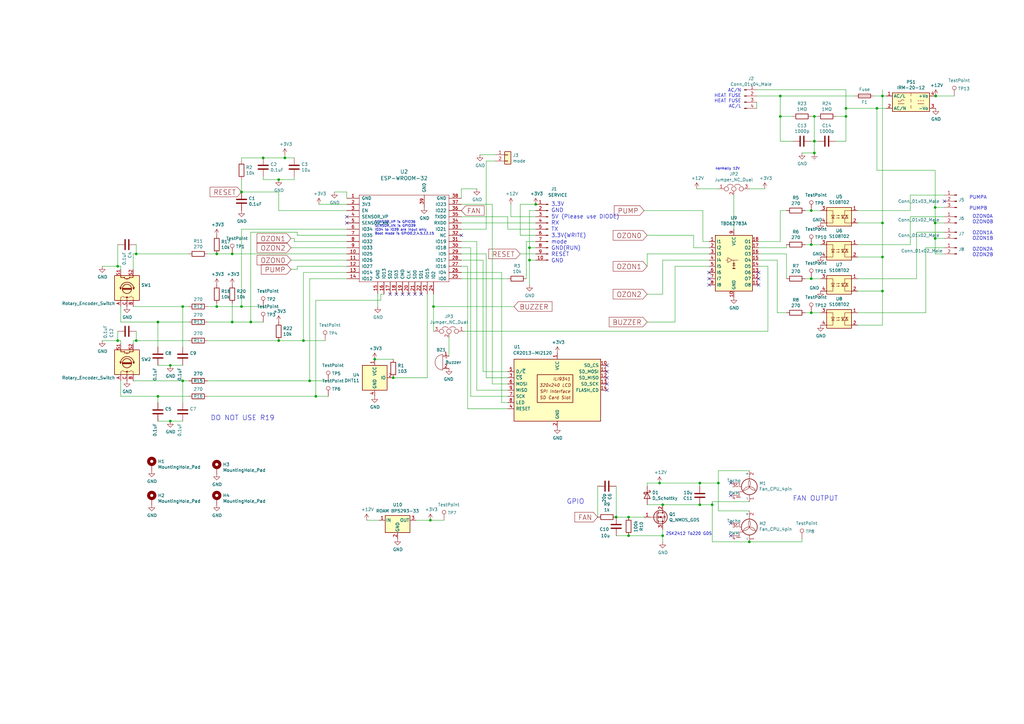
<source format=kicad_sch>
(kicad_sch (version 20230121) (generator eeschema)
  (paper "A3")
  (junction (at 176.53 213.36))
  (junction (at 95.25 104.14))
  (junction (at 359.664 44.45))
  (junction (at 287.02 207.01))
  (junction (at 48.26 109.22))
  (junction (at 217.17 101.6))
  (junction (at 257.81 212.09))
  (junction (at 320.04 39.37))
  (junction (at 334.01 47.752))
  (junction (at 69.85 149.86))
  (junction (at 99.06 125.73))
  (junction (at 64.77 162.56))
  (junction (at 361.95 119.38))
  (junction (at 346.964 47.752))
  (junction (at 153.67 147.32))
  (junction (at 177.8 125.73))
  (junction (at 99.06 78.74))
  (junction (at 361.95 39.37))
  (junction (at 114.3 73.66))
  (junction (at 88.9 125.73))
  (junction (at 217.17 106.68))
  (junction (at 334.01 57.912))
  (junction (at 124.46 139.7))
  (junction (at 55.88 104.14))
  (junction (at 361.95 91.44))
  (junction (at 334.01 62.738))
  (junction (at 116.84 64.77))
  (junction (at 361.95 105.41))
  (junction (at 74.93 156.21))
  (junction (at 271.78 219.71))
  (junction (at 383.54 85.09))
  (junction (at 307.34 222.25))
  (junction (at 257.81 219.71))
  (junction (at 69.85 172.72))
  (junction (at 55.88 139.7))
  (junction (at 271.78 207.01))
  (junction (at 292.1 207.01))
  (junction (at 129.54 162.56))
  (junction (at 107.95 64.77))
  (junction (at 332.74 114.3))
  (junction (at 88.9 104.14))
  (junction (at 320.04 47.752))
  (junction (at 294.64 198.12))
  (junction (at 74.93 125.73))
  (junction (at 383.54 97.79))
  (junction (at 64.77 132.08))
  (junction (at 102.87 132.08))
  (junction (at 383.794 39.37))
  (junction (at 219.71 83.82))
  (junction (at 48.26 139.7))
  (junction (at 127 156.21))
  (junction (at 346.964 44.45))
  (junction (at 332.74 128.27))
  (junction (at 114.3 139.7))
  (junction (at 383.54 91.44))
  (junction (at 270.51 198.12))
  (junction (at 287.02 198.12))
  (junction (at 95.25 132.08))
  (junction (at 332.74 100.33))
  (junction (at 161.29 154.94))
  (junction (at 332.74 86.36))
  (junction (at 252.73 212.09))
  (no_connect (at 167.64 120.65))
  (no_connect (at 248.92 157.48))
  (no_connect (at 299.72 203.2))
  (no_connect (at 290.83 116.84))
  (no_connect (at 299.72 219.71))
  (no_connect (at 248.92 154.94))
  (no_connect (at 248.92 160.02))
  (no_connect (at 299.72 214.63))
  (no_connect (at 162.56 120.65))
  (no_connect (at 160.02 120.65))
  (no_connect (at 142.24 91.44))
  (no_connect (at 311.15 116.84))
  (no_connect (at 311.15 111.76))
  (no_connect (at 165.1 120.65))
  (no_connect (at 290.83 114.3))
  (no_connect (at 170.18 120.65))
  (no_connect (at 248.92 149.86))
  (no_connect (at 248.92 152.4))
  (no_connect (at 189.23 96.52))
  (no_connect (at 142.24 88.9))
  (no_connect (at 172.72 120.65))
  (no_connect (at 299.72 198.12))
  (no_connect (at 290.83 111.76))
  (no_connect (at 311.15 114.3))
  (no_connect (at 387.35 82.55))
  (wire (pts (xy 64.77 149.86) (xy 69.85 149.86)))
  (wire (pts (xy 320.04 47.752) (xy 325.12 47.752)))
  (wire (pts (xy 48.26 139.7) (xy 49.53 139.7)))
  (wire (pts (xy 379.73 101.6) (xy 387.35 101.6)))
  (wire (pts (xy 85.09 125.73) (xy 88.9 125.73)))
  (wire (pts (xy 311.15 101.6) (xy 322.58 101.6)))
  (wire (pts (xy 213.36 96.52) (xy 213.36 83.82)))
  (wire (pts (xy 142.24 99.06) (xy 120.65 99.06)))
  (wire (pts (xy 375.92 95.25) (xy 375.92 114.3)))
  (wire (pts (xy 265.43 104.14) (xy 290.83 104.14)))
  (wire (pts (xy 69.85 149.86) (xy 74.93 149.86)))
  (wire (pts (xy 49.53 125.73) (xy 49.53 132.08)))
  (wire (pts (xy 184.15 138.43) (xy 184.15 146.05)))
  (wire (pts (xy 201.93 83.82) (xy 201.93 157.48)))
  (wire (pts (xy 189.23 99.06) (xy 195.58 99.06)))
  (wire (pts (xy 55.88 104.14) (xy 77.47 104.14)))
  (wire (pts (xy 49.53 109.22) (xy 49.53 110.49)))
  (wire (pts (xy 342.9 47.752) (xy 346.964 47.752)))
  (wire (pts (xy 294.64 193.04) (xy 307.34 193.04)))
  (wire (pts (xy 383.54 69.85) (xy 383.54 85.09)))
  (wire (pts (xy 199.39 93.98) (xy 199.39 66.04)))
  (wire (pts (xy 177.8 135.89) (xy 177.8 125.73)))
  (wire (pts (xy 359.664 69.85) (xy 383.54 69.85)))
  (wire (pts (xy 137.16 78.74) (xy 142.24 78.74)))
  (wire (pts (xy 119.38 106.68) (xy 142.24 106.68)))
  (wire (pts (xy 55.88 100.33) (xy 55.88 104.14)))
  (wire (pts (xy 252.73 219.71) (xy 257.81 219.71)))
  (wire (pts (xy 271.78 207.01) (xy 287.02 207.01)))
  (wire (pts (xy 219.71 93.98) (xy 208.28 93.98)))
  (wire (pts (xy 54.61 125.73) (xy 74.93 125.73)))
  (wire (pts (xy 290.83 109.22) (xy 276.86 109.22)))
  (wire (pts (xy 271.78 106.68) (xy 290.83 106.68)))
  (wire (pts (xy 217.17 101.6) (xy 217.17 106.68)))
  (wire (pts (xy 74.93 156.21) (xy 77.47 156.21)))
  (wire (pts (xy 121.92 109.22) (xy 142.24 109.22)))
  (wire (pts (xy 311.15 99.06) (xy 320.04 99.06)))
  (wire (pts (xy 120.65 73.66) (xy 120.65 72.39)))
  (wire (pts (xy 383.54 91.44) (xy 383.54 97.79)))
  (wire (pts (xy 114.3 139.7) (xy 85.09 139.7)))
  (wire (pts (xy 346.964 57.912) (xy 346.964 47.752)))
  (wire (pts (xy 177.8 125.73) (xy 210.82 125.73)))
  (wire (pts (xy 55.88 135.89) (xy 55.88 139.7)))
  (wire (pts (xy 142.24 86.36) (xy 114.3 86.36)))
  (wire (pts (xy 311.15 104.14) (xy 322.58 104.14)))
  (wire (pts (xy 334.01 57.912) (xy 335.28 57.912)))
  (wire (pts (xy 361.95 105.41) (xy 361.95 119.38)))
  (wire (pts (xy 129.54 123.19) (xy 129.54 162.56)))
  (wire (pts (xy 265.43 132.08) (xy 276.86 132.08)))
  (wire (pts (xy 49.53 132.08) (xy 64.77 132.08)))
  (wire (pts (xy 383.54 91.44) (xy 383.54 85.09)))
  (wire (pts (xy 208.28 88.9) (xy 189.23 88.9)))
  (wire (pts (xy 177.8 125.73) (xy 177.8 120.65)))
  (wire (pts (xy 74.93 125.73) (xy 77.47 125.73)))
  (wire (pts (xy 219.71 106.68) (xy 217.17 106.68)))
  (wire (pts (xy 88.9 125.73) (xy 99.06 125.73)))
  (wire (pts (xy 49.53 156.21) (xy 49.53 162.56)))
  (wire (pts (xy 359.664 44.45) (xy 359.664 69.85)))
  (wire (pts (xy 351.79 133.35) (xy 361.95 133.35)))
  (wire (pts (xy 85.09 132.08) (xy 95.25 132.08)))
  (wire (pts (xy 209.55 88.9) (xy 209.55 83.82)))
  (wire (pts (xy 107.95 73.66) (xy 107.95 72.39)))
  (wire (pts (xy 54.61 104.14) (xy 55.88 104.14)))
  (wire (pts (xy 361.95 39.37) (xy 363.474 39.37)))
  (wire (pts (xy 383.794 39.37) (xy 391.414 39.37)))
  (wire (pts (xy 287.02 198.12) (xy 294.64 198.12)))
  (wire (pts (xy 346.964 44.45) (xy 359.664 44.45)))
  (wire (pts (xy 332.74 86.36) (xy 336.55 86.36)))
  (wire (pts (xy 320.04 39.37) (xy 350.774 39.37)))
  (wire (pts (xy 270.51 198.12) (xy 287.02 198.12)))
  (wire (pts (xy 153.67 147.32) (xy 161.29 147.32)))
  (wire (pts (xy 102.87 95.25) (xy 102.87 132.08)))
  (wire (pts (xy 116.84 64.77) (xy 120.65 64.77)))
  (wire (pts (xy 208.28 114.3) (xy 189.23 114.3)))
  (wire (pts (xy 271.78 217.17) (xy 271.78 219.71)))
  (wire (pts (xy 102.87 132.08) (xy 107.95 132.08)))
  (wire (pts (xy 120.65 97.79) (xy 119.38 97.79)))
  (wire (pts (xy 379.73 128.27) (xy 351.79 128.27)))
  (wire (pts (xy 170.688 213.36) (xy 176.53 213.36)))
  (wire (pts (xy 334.01 62.738) (xy 334.01 62.992)))
  (wire (pts (xy 116.84 64.77) (xy 116.84 63.5)))
  (wire (pts (xy 129.54 162.56) (xy 134.62 162.56)))
  (wire (pts (xy 189.23 101.6) (xy 193.04 101.6)))
  (wire (pts (xy 198.12 152.4) (xy 208.28 152.4)))
  (wire (pts (xy 314.96 135.89) (xy 314.96 109.22)))
  (wire (pts (xy 379.73 101.6) (xy 379.73 128.27)))
  (wire (pts (xy 142.24 83.82) (xy 130.81 83.82)))
  (wire (pts (xy 121.92 96.52) (xy 121.92 95.25)))
  (wire (pts (xy 318.77 106.68) (xy 318.77 128.27)))
  (wire (pts (xy 252.73 212.09) (xy 252.73 199.39)))
  (wire (pts (xy 74.93 156.21) (xy 74.93 165.1)))
  (wire (pts (xy 124.46 139.7) (xy 114.3 139.7)))
  (wire (pts (xy 205.74 165.1) (xy 208.28 165.1)))
  (wire (pts (xy 351.79 105.41) (xy 361.95 105.41)))
  (wire (pts (xy 287.02 199.39) (xy 287.02 198.12)))
  (wire (pts (xy 264.16 86.36) (xy 288.29 86.36)))
  (wire (pts (xy 99.06 78.74) (xy 114.3 78.74)))
  (wire (pts (xy 64.77 165.1) (xy 64.77 162.56)))
  (wire (pts (xy 245.11 199.39) (xy 245.11 212.09)))
  (wire (pts (xy 64.77 132.08) (xy 77.47 132.08)))
  (wire (pts (xy 189.23 109.22) (xy 191.77 109.22)))
  (wire (pts (xy 334.01 57.912) (xy 334.01 62.738)))
  (wire (pts (xy 307.34 222.25) (xy 328.93 222.25)))
  (wire (pts (xy 193.04 162.56) (xy 208.28 162.56)))
  (wire (pts (xy 127 114.3) (xy 142.24 114.3)))
  (wire (pts (xy 95.25 104.14) (xy 142.24 104.14)))
  (wire (pts (xy 189.23 111.76) (xy 205.74 111.76)))
  (wire (pts (xy 213.36 83.82) (xy 219.71 83.82)))
  (wire (pts (xy 294.64 198.12) (xy 294.64 193.04)))
  (wire (pts (xy 208.28 93.98) (xy 208.28 88.9)))
  (wire (pts (xy 307.34 222.25) (xy 292.1 222.25)))
  (wire (pts (xy 332.74 47.752) (xy 334.01 47.752)))
  (wire (pts (xy 157.48 120.65) (xy 156.21 120.65)))
  (wire (pts (xy 121.92 110.49) (xy 121.92 109.22)))
  (wire (pts (xy 307.34 77.47) (xy 313.69 77.47)))
  (wire (pts (xy 271.78 219.71) (xy 271.78 222.25)))
  (wire (pts (xy 351.79 91.44) (xy 361.95 91.44)))
  (wire (pts (xy 213.36 104.14) (xy 219.71 104.14)))
  (wire (pts (xy 64.77 162.56) (xy 77.47 162.56)))
  (wire (pts (xy 375.92 95.25) (xy 387.35 95.25)))
  (wire (pts (xy 322.58 101.6) (xy 322.58 100.33)))
  (wire (pts (xy 351.79 100.33) (xy 373.38 100.33)))
  (wire (pts (xy 195.58 99.06) (xy 195.58 160.02)))
  (wire (pts (xy 332.74 114.3) (xy 336.55 114.3)))
  (wire (pts (xy 88.9 104.14) (xy 95.25 104.14)))
  (wire (pts (xy 189.23 77.47) (xy 189.23 81.28)))
  (wire (pts (xy 219.71 101.6) (xy 217.17 101.6)))
  (wire (pts (xy 294.64 77.47) (xy 285.75 77.47)))
  (wire (pts (xy 358.394 39.37) (xy 361.95 39.37)))
  (wire (pts (xy 54.61 104.14) (xy 54.61 110.49)))
  (wire (pts (xy 288.29 86.36) (xy 288.29 99.06)))
  (wire (pts (xy 154.94 120.65) (xy 154.94 125.73)))
  (wire (pts (xy 361.95 39.37) (xy 361.95 91.44)))
  (wire (pts (xy 264.16 212.09) (xy 257.81 212.09)))
  (wire (pts (xy 142.24 101.6) (xy 119.38 101.6)))
  (wire (pts (xy 189.23 91.44) (xy 219.71 91.44)))
  (wire (pts (xy 175.26 120.65) (xy 175.26 154.94)))
  (wire (pts (xy 142.24 93.98) (xy 99.06 93.98)))
  (wire (pts (xy 85.09 162.56) (xy 129.54 162.56)))
  (wire (pts (xy 88.9 124.46) (xy 88.9 125.73)))
  (wire (pts (xy 219.71 86.36) (xy 217.17 86.36)))
  (wire (pts (xy 142.24 78.74) (xy 142.24 81.28)))
  (wire (pts (xy 346.964 44.45) (xy 346.964 47.752)))
  (wire (pts (xy 332.74 128.27) (xy 336.55 128.27)))
  (wire (pts (xy 332.74 57.912) (xy 334.01 57.912)))
  (wire (pts (xy 85.09 104.14) (xy 88.9 104.14)))
  (wire (pts (xy 120.65 99.06) (xy 120.65 97.79)))
  (wire (pts (xy 276.86 109.22) (xy 276.86 132.08)))
  (wire (pts (xy 54.61 139.7) (xy 54.61 140.97)))
  (wire (pts (xy 330.2 114.3) (xy 332.74 114.3)))
  (wire (pts (xy 219.71 96.52) (xy 213.36 96.52)))
  (wire (pts (xy 215.9 99.06) (xy 215.9 114.3)))
  (wire (pts (xy 199.39 66.04) (xy 203.2 66.04)))
  (wire (pts (xy 156.21 120.65) (xy 156.21 123.19)))
  (wire (pts (xy 191.77 109.22) (xy 191.77 167.64)))
  (wire (pts (xy 161.29 154.94) (xy 175.26 154.94)))
  (wire (pts (xy 189.23 77.47) (xy 195.58 77.47)))
  (wire (pts (xy 150.368 213.36) (xy 155.448 213.36)))
  (wire (pts (xy 292.1 222.25) (xy 292.1 207.01)))
  (wire (pts (xy 142.24 96.52) (xy 121.92 96.52)))
  (wire (pts (xy 351.79 86.36) (xy 373.38 86.36)))
  (wire (pts (xy 124.46 111.76) (xy 142.24 111.76)))
  (wire (pts (xy 310.388 36.83) (xy 346.964 36.83)))
  (wire (pts (xy 257.81 212.09) (xy 252.73 212.09)))
  (wire (pts (xy 310.388 39.37) (xy 320.04 39.37)))
  (wire (pts (xy 361.95 119.38) (xy 361.95 133.35)))
  (wire (pts (xy 64.77 172.72) (xy 69.85 172.72)))
  (wire (pts (xy 334.01 47.752) (xy 335.28 47.752)))
  (wire (pts (xy 107.95 64.77) (xy 116.84 64.77)))
  (wire (pts (xy 300.99 93.98) (xy 300.99 80.01)))
  (wire (pts (xy 271.78 106.68) (xy 271.78 120.65)))
  (wire (pts (xy 201.93 157.48) (xy 208.28 157.48)))
  (wire (pts (xy 156.21 123.19) (xy 129.54 123.19)))
  (wire (pts (xy 41.91 139.7) (xy 48.26 139.7)))
  (wire (pts (xy 99.06 93.98) (xy 99.06 125.73)))
  (wire (pts (xy 330.2 86.36) (xy 332.74 86.36)))
  (wire (pts (xy 292.1 205.74) (xy 292.1 207.01)))
  (wire (pts (xy 330.2 100.33) (xy 332.74 100.33)))
  (wire (pts (xy 198.12 106.68) (xy 198.12 152.4)))
  (wire (pts (xy 361.95 91.44) (xy 361.95 105.41)))
  (wire (pts (xy 334.01 47.752) (xy 334.01 57.912)))
  (wire (pts (xy 48.26 139.7) (xy 48.26 135.89)))
  (wire (pts (xy 330.2 128.27) (xy 332.74 128.27)))
  (wire (pts (xy 119.38 110.49) (xy 121.92 110.49)))
  (wire (pts (xy 265.43 198.12) (xy 265.43 199.39)))
  (wire (pts (xy 328.93 222.25) (xy 328.93 220.98)))
  (wire (pts (xy 373.38 80.01) (xy 387.35 80.01)))
  (wire (pts (xy 48.26 109.22) (xy 48.26 100.33)))
  (wire (pts (xy 346.964 36.83) (xy 346.964 44.45)))
  (wire (pts (xy 383.54 97.79) (xy 383.54 104.14)))
  (wire (pts (xy 387.35 91.44) (xy 383.54 91.44)))
  (wire (pts (xy 203.2 63.5) (xy 196.85 63.5)))
  (wire (pts (xy 294.64 209.55) (xy 307.34 209.55)))
  (wire (pts (xy 328.93 62.738) (xy 334.01 62.738)))
  (wire (pts (xy 320.04 57.912) (xy 325.12 57.912)))
  (wire (pts (xy 342.9 57.912) (xy 346.964 57.912)))
  (wire (pts (xy 55.88 139.7) (xy 54.61 139.7)))
  (wire (pts (xy 359.664 44.45) (xy 363.474 44.45)))
  (wire (pts (xy 49.53 139.7) (xy 49.53 140.97)))
  (wire (pts (xy 124.46 139.7) (xy 133.35 139.7)))
  (wire (pts (xy 290.83 101.6) (xy 284.48 101.6)))
  (wire (pts (xy 332.74 100.33) (xy 336.55 100.33)))
  (wire (pts (xy 320.04 47.752) (xy 320.04 57.912)))
  (wire (pts (xy 383.54 85.09) (xy 387.35 85.09)))
  (wire (pts (xy 215.9 99.06) (xy 219.71 99.06)))
  (wire (pts (xy 54.61 156.21) (xy 74.93 156.21)))
  (wire (pts (xy 320.04 86.36) (xy 320.04 99.06)))
  (wire (pts (xy 351.79 114.3) (xy 375.92 114.3)))
  (wire (pts (xy 307.34 205.74) (xy 292.1 205.74)))
  (wire (pts (xy 217.17 106.68) (xy 217.17 116.84)))
  (wire (pts (xy 294.64 198.12) (xy 294.64 209.55)))
  (wire (pts (xy 195.58 160.02) (xy 208.28 160.02)))
  (wire (pts (xy 114.3 73.66) (xy 107.95 73.66)))
  (wire (pts (xy 95.25 124.46) (xy 95.25 132.08)))
  (wire (pts (xy 176.53 213.36) (xy 182.118 213.36)))
  (wire (pts (xy 318.77 128.27) (xy 322.58 128.27)))
  (wire (pts (xy 314.96 109.22) (xy 311.15 109.22)))
  (wire (pts (xy 121.92 95.25) (xy 102.87 95.25)))
  (wire (pts (xy 270.51 198.12) (xy 265.43 198.12)))
  (wire (pts (xy 351.79 119.38) (xy 361.95 119.38)))
  (wire (pts (xy 205.74 111.76) (xy 205.74 165.1)))
  (wire (pts (xy 219.71 88.9) (xy 209.55 88.9)))
  (wire (pts (xy 99.06 73.66) (xy 99.06 78.74)))
  (wire (pts (xy 189.23 93.98) (xy 199.39 93.98)))
  (wire (pts (xy 373.38 88.9) (xy 387.35 88.9)))
  (wire (pts (xy 127 156.21) (xy 134.62 156.21)))
  (wire (pts (xy 287.02 207.01) (xy 292.1 207.01)))
  (wire (pts (xy 387.35 97.79) (xy 383.54 97.79)))
  (wire (pts (xy 99.06 125.73) (xy 107.95 125.73)))
  (wire (pts (xy 85.09 156.21) (xy 127 156.21)))
  (wire (pts (xy 284.48 96.52) (xy 284.48 101.6)))
  (wire (pts (xy 265.43 104.14) (xy 265.43 109.22)))
  (wire (pts (xy 199.39 154.94) (xy 208.28 154.94)))
  (wire (pts (xy 191.77 167.64) (xy 208.28 167.64)))
  (wire (pts (xy 320.04 86.36) (xy 322.58 86.36)))
  (wire (pts (xy 99.06 66.04) (xy 99.06 64.77)))
  (wire (pts (xy 310.388 41.91) (xy 310.388 44.45)))
  (wire (pts (xy 69.85 172.72) (xy 74.93 172.72)))
  (wire (pts (xy 190.5 135.89) (xy 314.96 135.89)))
  (wire (pts (xy 320.04 47.752) (xy 320.04 39.37)))
  (wire (pts (xy 77.47 139.7) (xy 55.88 139.7)))
  (wire (pts (xy 74.93 125.73) (xy 74.93 142.24)))
  (wire (pts (xy 99.06 64.77) (xy 107.95 64.77)))
  (wire (pts (xy 257.81 219.71) (xy 271.78 219.71)))
  (wire (pts (xy 41.91 109.22) (xy 48.26 109.22)))
  (wire (pts (xy 127 114.3) (xy 127 156.21)))
  (wire (pts (xy 322.58 104.14) (xy 322.58 114.3)))
  (wire (pts (xy 288.29 99.06) (xy 290.83 99.06)))
  (wire (pts (xy 265.43 120.65) (xy 271.78 120.65)))
  (wire (pts (xy 64.77 132.08) (xy 64.77 142.24)))
  (wire (pts (xy 373.38 88.9) (xy 373.38 100.33)))
  (wire (pts (xy 49.53 162.56) (xy 64.77 162.56)))
  (wire (pts (xy 311.15 106.68) (xy 318.77 106.68)))
  (wire (pts (xy 124.46 111.76) (xy 124.46 139.7)))
  (wire (pts (xy 199.39 104.14) (xy 189.23 104.14)))
  (wire (pts (xy 193.04 101.6) (xy 193.04 162.56)))
  (wire (pts (xy 383.54 104.14) (xy 387.35 104.14)))
  (wire (pts (xy 284.48 96.52) (xy 265.43 96.52)))
  (wire (pts (xy 199.39 154.94) (xy 199.39 104.14)))
  (wire (pts (xy 189.23 106.68) (xy 198.12 106.68)))
  (wire (pts (xy 114.3 73.66) (xy 120.65 73.66)))
  (wire (pts (xy 373.38 86.36) (xy 373.38 80.01)))
  (wire (pts (xy 361.95 36.83) (xy 361.95 39.37)))
  (wire (pts (xy 271.78 207.01) (xy 265.43 207.01)))
  (wire (pts (xy 217.17 101.6) (xy 217.17 86.36)))
  (wire (pts (xy 189.23 83.82) (xy 201.93 83.82)))
  (wire (pts (xy 48.26 109.22) (xy 49.53 109.22)))
  (wire (pts (xy 95.25 132.08) (xy 102.87 132.08)))
  (wire (pts (xy 114.3 86.36) (xy 114.3 78.74)))
  (text "normally 12V" (at 293.37 69.85 0) (effects (font (size 0.9906 0.9906)) (justify left bottom)))
  (text "FAN OUTPUT" (at 325.12 205.74 0) (effects (font (size 2.0066 2.0066)) (justify left bottom)))
  (text "3.3V\nGND\n5V (Please use DIODE)\nRX\nTX\n3.3V(WRITE)\nmode\nGND(RUN)\nRESET\nGND" (at 226.06 107.95 0) (effects (font (size 1.6002 1.6002)) (justify left bottom)))
  (text "\nOZON0A\nOZON0B\n\nOZON1A\nOZON1B\n\nOZON2A\nOZON2B" (at 398.78 105.41 0) (effects (font (size 1.397 1.397)) (justify left bottom)))
  (text "GPIO" (at 232.41 207.01 0) (effects (font (size 2.0066 2.0066)) (justify left bottom)))
  (text "AC/N\nHEAT FUSE\nHEAT FUSE\nAC/L" (at 304.038 44.45 0) (effects (font (size 1.3462 1.3462)) (justify right bottom)))
  (text "PUMPA\n\nPUMPB\n" (at 397.51 86.36 0) (effects (font (size 1.397 1.397)) (justify left bottom)))
  (text "2SK2412 To220 GDS" (at 273.05 219.71 0) (effects (font (size 1.1938 1.1938)) (justify left bottom)))
  (text "DO NOT USE R19" (at 86.36 172.72 0) (effects (font (size 2.0066 2.0066)) (justify left bottom)))
  (text "SENSOR_VP is GPIO36\nSENSOR_VN is GPIO39\nIO34 to IO39 are input only\nBoot mode is GPIO0,2,4,5,12,15" (at 153.67 96.52 0) (effects (font (size 0.9906 0.9906)) (justify left bottom)))
  (global_label "PUMP" (shape input) (at 264.16 86.36 180) (effects (font (size 2.0066 2.0066))) (property "Intersheetrefs" "${INTERSHEET_REFS}" (effects hide)))
  (global_label "BUZZER" (shape input) (at 210.82 125.73 0) (effects (font (size 2.0066 2.0066))) (property "Intersheetrefs" "${INTERSHEET_REFS}" (effects hide)))
  (global_label "PUMP" (shape input) (at 119.38 110.49 180) (effects (font (size 2.0066 2.0066))) (property "Intersheetrefs" "${INTERSHEET_REFS}" (effects hide)))
  (global_label "OZON2" (shape input) (at 119.38 101.6 180) (effects (font (size 2.0066 2.0066))) (property "Intersheetrefs" "${INTERSHEET_REFS}" (effects hide)))
  (global_label "OZON1" (shape input) (at 119.38 97.79 180) (effects (font (size 2.0066 2.0066))) (property "Intersheetrefs" "${INTERSHEET_REFS}" (effects hide)))
  (global_label "OZON1" (shape input) (at 265.43 109.22 180) (effects (font (size 2.0066 2.0066))) (property "Intersheetrefs" "${INTERSHEET_REFS}" (effects hide)))
  (global_label "OZON0" (shape input) (at 265.43 96.52 180) (effects (font (size 2.0066 2.0066))) (property "Intersheetrefs" "${INTERSHEET_REFS}" (effects hide)))
  (global_label "OZON0" (shape input) (at 119.38 106.68 180) (effects (font (size 2.0066 2.0066))) (property "Intersheetrefs" "${INTERSHEET_REFS}" (effects hide)))
  (global_label "BUZZER" (shape input) (at 265.43 132.08 180) (effects (font (size 2.0066 2.0066))) (property "Intersheetrefs" "${INTERSHEET_REFS}" (effects hide)))
  (global_label "RESET" (shape input) (at 213.36 104.14 180) (effects (font (size 2.0066 2.0066))) (property "Intersheetrefs" "${INTERSHEET_REFS}" (effects hide)))
  (global_label "FAN" (shape input) (at 189.23 86.36 0) (effects (font (size 2.0066 2.0066))) (property "Intersheetrefs" "${INTERSHEET_REFS}" (effects hide)))
  (global_label "OZON2" (shape input) (at 265.43 120.65 180) (effects (font (size 2.0066 2.0066))) (property "Intersheetrefs" "${INTERSHEET_REFS}" (effects hide)))
  (global_label "RESET" (shape input) (at 99.06 78.74 180) (effects (font (size 2.0066 2.0066))) (property "Intersheetrefs" "${INTERSHEET_REFS}" (effects hide)))
  (global_label "FAN" (shape input) (at 245.11 212.09 180) (effects (font (size 2.0066 2.0066))) (property "Intersheetrefs" "${INTERSHEET_REFS}" (effects hide)))
  (symbol (lib_id "Driver_Display:CR2013-MI2120") (at 228.6 160.02 0) (mirror y) (unit 1)
    (property "Reference" "U1" (at 212.09 142.24 0))
    (property "Value" "CR2013-MI2120" (at 218.44 144.78 0))
    (property "Footprint" "library:TFT3.2_ILI9341" (effects hide))
    (property "Datasheet" "http://pan.baidu.com/s/11Y990" (effects hide))
  )
  (symbol (lib_id "ESP32DUALDIAL-rescue:Rotary_Encoder_Switch-Device") (at 52.07 118.11 90) (unit 1)
    (property "Reference" "SW1" (at 57.912 116.9416 90) (effects (justify right)))
    (property "Value" "Rotary_Encoder_Switch" (at 25.4 124.46 90) (effects (justify right)))
    (property "Footprint" "Rotary_Encoder:RotaryEncoder_Alps_EC11E-Switch_Vertical_H20mm" (effects hide))
  )
  (symbol (lib_id "power:GND") (at 228.6 175.26 0) (unit 1)
    (property "Reference" "#PWR0103" (effects hide))
    (property "Value" "GND" (at 228.727 179.6542 0))
  )
  (symbol (lib_id "power:+3.3V") (at 228.6 144.78 0) (unit 1)
    (property "Reference" "#PWR0104" (effects hide))
    (property "Value" "+3.3V" (at 228.981 140.3858 0))
  )
  (symbol (lib_id "power:GND") (at 195.58 77.47 0) (unit 1)
    (property "Reference" "#PWR0107" (effects hide))
    (property "Value" "GND" (at 195.707 81.8642 0))
  )
  (symbol (lib_id "power:GND") (at 52.07 125.73 0) (unit 1)
    (property "Reference" "#PWR0109" (effects hide))
    (property "Value" "GND" (at 52.197 130.1242 0))
  )
  (symbol (lib_id "power:GND") (at 41.91 109.22 0) (unit 1)
    (property "Reference" "#PWR0111" (effects hide))
    (property "Value" "GND" (at 42.037 113.6142 0))
  )
  (symbol (lib_id "power:GND") (at 154.94 125.73 0) (unit 1)
    (property "Reference" "#PWR0113" (effects hide))
    (property "Value" "GND" (at 155.067 130.1242 0))
  )
  (symbol (lib_id "Sensor:DHT11") (at 153.67 154.94 0) (unit 1)
    (property "Reference" "U4" (at 147.4724 153.7716 0) (effects (justify right)))
    (property "Value" "DHT11" (at 147.4724 156.083 0) (effects (justify right)))
    (property "Footprint" "Sensor:Aosong_DHT11_5.5x12.0_P2.54mm" (effects hide))
    (property "Datasheet" "http://akizukidenshi.com/download/ds/aosong/DHT11.pdf" (effects hide))
  )
  (symbol (lib_id "power:+3.3V") (at 153.67 147.32 0) (unit 1)
    (property "Reference" "#PWR0121" (effects hide))
    (property "Value" "+3.3V" (at 154.051 142.9258 0))
  )
  (symbol (lib_id "Device:R") (at 161.29 151.13 0) (unit 1)
    (property "Reference" "R1" (at 163.068 149.9616 0) (effects (justify left)))
    (property "Value" "103" (at 163.068 152.273 0) (effects (justify left)))
    (property "Footprint" "Resistor_SMD:R_0603_1608Metric" (effects hide))
  )
  (symbol (lib_id "Converter_ACDC:IRM-20-12") (at 373.634 41.91 0) (unit 1)
    (property "Reference" "PS1" (at 373.634 33.655 0))
    (property "Value" "IRM-20-12" (at 373.634 35.9664 0))
    (property "Footprint" "Converter_ACDC:Converter_ACDC_MeanWell_IRM-20-xx_THT" (effects hide))
    (property "Datasheet" "http://www.meanwell.com/Upload/PDF/IRM-20/IRM-20-SPEC.PDF" (effects hide))
  )
  (symbol (lib_id "Device:Fuse") (at 354.584 39.37 270) (unit 1)
    (property "Reference" "F1" (at 354.584 41.91 90))
    (property "Value" "Fuse" (at 354.584 36.6776 90))
    (property "Footprint" "library:20mmFuse_P5x2" (effects hide))
  )
  (symbol (lib_id "power:GND") (at 383.794 44.45 0) (unit 1)
    (property "Reference" "#PWR0105" (effects hide))
    (property "Value" "GND" (at 383.921 48.8442 0))
  )
  (symbol (lib_id "power:+12V") (at 383.794 39.37 0) (unit 1)
    (property "Reference" "#PWR0106" (effects hide))
    (property "Value" "+12V" (at 384.175 34.9758 0))
  )
  (symbol (lib_id "power:+12V") (at 150.368 213.36 0) (unit 1)
    (property "Reference" "#PWR0108" (effects hide))
    (property "Value" "+12V" (at 150.749 208.9658 0))
  )
  (symbol (lib_id "power:GND") (at 163.068 220.98 0) (unit 1)
    (property "Reference" "#PWR0110" (effects hide))
    (property "Value" "GND" (at 163.195 225.3742 0))
  )
  (symbol (lib_id "ESP32DUALDIAL-rescue:ESP-WROOM-32-nanbuwks") (at 166.37 99.06 0) (unit 1)
    (property "Reference" "U2" (at 165.735 70.4088 0) (effects (font (size 1.524 1.524))))
    (property "Value" "ESP-WROOM-32" (at 165.735 73.1012 0) (effects (font (size 1.524 1.524))))
    (property "Footprint" "library:ESP-WROOM-32" (effects hide))
  )
  (symbol (lib_id "power:GND") (at 137.16 78.74 0) (unit 1)
    (property "Reference" "#PWR0114" (effects hide))
    (property "Value" "GND" (at 137.287 83.1342 0))
  )
  (symbol (lib_id "power:+3.3V") (at 130.81 83.82 0) (unit 1)
    (property "Reference" "#PWR0115" (effects hide))
    (property "Value" "+3.3V" (at 131.191 79.4258 0))
  )
  (symbol (lib_id "ESP32DUALDIAL-rescue:Rotary_Encoder_Switch-Device") (at 52.07 148.59 90) (unit 1)
    (property "Reference" "SW2" (at 57.912 147.4216 90) (effects (justify right)))
    (property "Value" "Rotary_Encoder_Switch" (at 25.4 154.94 90) (effects (justify right)))
    (property "Footprint" "Rotary_Encoder:RotaryEncoder_Alps_EC11E-Switch_Vertical_H20mm" (effects hide))
  )
  (symbol (lib_id "power:GND") (at 52.07 156.21 0) (unit 1)
    (property "Reference" "#PWR0101" (effects hide))
    (property "Value" "GND" (at 52.197 160.6042 0))
  )
  (symbol (lib_id "power:GND") (at 41.91 139.7 0) (unit 1)
    (property "Reference" "#PWR0102" (effects hide))
    (property "Value" "GND" (at 42.037 144.0942 0))
  )
  (symbol (lib_id "Relay_SolidState:S112S01") (at 344.17 88.9 0) (unit 1)
    (property "Reference" "U5" (at 344.17 80.645 0))
    (property "Value" "S108T02" (at 344.17 82.9564 0))
    (property "Footprint" "library:SSR_SHARP_S108T02_NNC_NNG1D-25mm" (effects hide))
    (property "Datasheet" "http://www.sharp-world.com/products/device/lineup/data/pdf/datasheet/s112s01_e.pdf" (effects hide))
  )
  (symbol (lib_id "Relay_SolidState:S112S01") (at 344.17 102.87 0) (unit 1)
    (property "Reference" "U6" (at 344.17 94.615 0))
    (property "Value" "S108T02" (at 344.17 96.9264 0))
    (property "Footprint" "library:SSR_SHARP_S108T02_NNC_NNG1D-25mm" (effects hide))
    (property "Datasheet" "http://www.sharp-world.com/products/device/lineup/data/pdf/datasheet/s112s01_e.pdf" (effects hide))
  )
  (symbol (lib_id "power:+3.3V") (at 219.71 83.82 0) (unit 1)
    (property "Reference" "#PWR0128" (effects hide))
    (property "Value" "+3.3V" (at 220.091 79.4258 0))
  )
  (symbol (lib_id "Relay_SolidState:S112S01") (at 344.17 116.84 0) (unit 1)
    (property "Reference" "U7" (at 344.17 108.585 0))
    (property "Value" "S108T02" (at 344.17 110.8964 0))
    (property "Footprint" "library:SSR_SHARP_S108T02_NNC_NNG1D-25mm" (effects hide))
    (property "Datasheet" "http://www.sharp-world.com/products/device/lineup/data/pdf/datasheet/s112s01_e.pdf" (effects hide))
  )
  (symbol (lib_id "Relay_SolidState:S112S01") (at 344.17 130.81 0) (unit 1)
    (property "Reference" "U8" (at 344.17 122.555 0))
    (property "Value" "S108T02" (at 344.17 124.8664 0))
    (property "Footprint" "library:SSR_SHARP_S108T02_NNC_NNG1D-25mm" (effects hide))
    (property "Datasheet" "http://www.sharp-world.com/products/device/lineup/data/pdf/datasheet/s112s01_e.pdf" (effects hide))
  )
  (symbol (lib_id "power:GND") (at 217.17 116.84 0) (unit 1)
    (property "Reference" "#PWR0129" (effects hide))
    (property "Value" "GND" (at 217.297 121.2342 0))
  )
  (symbol (lib_id "Device:R") (at 212.09 114.3 90) (mirror x) (unit 1)
    (property "Reference" "R3" (at 212.09 109.0422 90))
    (property "Value" "10k" (at 212.09 111.3536 90))
    (property "Footprint" "Resistor_SMD:R_0603_1608Metric" (effects hide))
  )
  (symbol (lib_id "Device:R") (at 99.06 69.85 0) (unit 1)
    (property "Reference" "R2" (at 100.838 68.6816 0) (effects (justify left)))
    (property "Value" "10k" (at 100.838 70.993 0) (effects (justify left)))
    (property "Footprint" "Resistor_SMD:R_0603_1608Metric" (effects hide))
  )
  (symbol (lib_id "power:GND") (at 99.06 86.36 0) (unit 1)
    (property "Reference" "#PWR0124" (effects hide))
    (property "Value" "GND" (at 99.187 90.7542 0))
  )
  (symbol (lib_id "Device:C") (at 99.06 82.55 0) (unit 1)
    (property "Reference" "C1" (at 101.981 81.3816 0) (effects (justify left)))
    (property "Value" "0.1uF" (at 101.981 83.693 0) (effects (justify left)))
    (property "Footprint" "Resistor_SMD:R_0603_1608Metric" (effects hide))
  )
  (symbol (lib_id "Device:C") (at 107.95 68.58 0) (unit 1)
    (property "Reference" "C2" (at 110.871 67.4116 0) (effects (justify left)))
    (property "Value" "0.1uF" (at 110.871 69.723 0) (effects (justify left)))
    (property "Footprint" "Resistor_SMD:R_0603_1608Metric" (effects hide))
  )
  (symbol (lib_id "power:GND") (at 114.3 73.66 0) (unit 1)
    (property "Reference" "#PWR0125" (effects hide))
    (property "Value" "GND" (at 114.427 78.0542 0))
  )
  (symbol (lib_id "power:+3.3V") (at 313.69 77.47 0) (unit 1)
    (property "Reference" "#PWR0126" (effects hide))
    (property "Value" "+3.3V" (at 314.071 73.0758 0))
  )
  (symbol (lib_id "power:+3.3V") (at 116.84 63.5 0) (unit 1)
    (property "Reference" "#PWR0127" (effects hide))
    (property "Value" "+3.3V" (at 117.221 59.1058 0))
  )
  (symbol (lib_id "Device:C") (at 120.65 68.58 0) (unit 1)
    (property "Reference" "C3" (at 123.571 67.4116 0) (effects (justify left)))
    (property "Value" "10u" (at 123.571 69.723 0) (effects (justify left)))
    (property "Footprint" "Capacitor_SMD:C_0402_1005Metric" (effects hide))
  )
  (symbol (lib_id "power:GND") (at 336.55 91.44 0) (unit 1)
    (property "Reference" "#PWR0116" (effects hide))
    (property "Value" "GND" (at 335.28 90.17 0))
  )
  (symbol (lib_id "power:GND") (at 336.55 105.41 0) (unit 1)
    (property "Reference" "#PWR0117" (effects hide))
    (property "Value" "GND" (at 335.28 104.14 0))
  )
  (symbol (lib_id "power:GND") (at 336.55 119.38 0) (unit 1)
    (property "Reference" "#PWR0118" (effects hide))
    (property "Value" "GND" (at 334.01 118.11 0))
  )
  (symbol (lib_id "power:GND") (at 336.55 133.35 0) (unit 1)
    (property "Reference" "#PWR0119" (effects hide))
    (property "Value" "GND" (at 336.677 137.7442 0))
  )
  (symbol (lib_id "Device:R") (at 326.39 86.36 270) (unit 1)
    (property "Reference" "R5" (at 326.39 81.1022 90))
    (property "Value" "270" (at 326.39 83.4136 90))
    (property "Footprint" "Resistor_SMD:R_0603_1608Metric" (effects hide))
  )
  (symbol (lib_id "Device:R") (at 326.39 100.33 270) (unit 1)
    (property "Reference" "R6" (at 326.39 95.0722 90))
    (property "Value" "270" (at 326.39 97.3836 90))
    (property "Footprint" "Resistor_SMD:R_0603_1608Metric" (effects hide))
  )
  (symbol (lib_id "Device:R") (at 326.39 114.3 270) (unit 1)
    (property "Reference" "R7" (at 326.39 109.0422 90))
    (property "Value" "270" (at 326.39 111.3536 90))
    (property "Footprint" "Resistor_SMD:R_0603_1608Metric" (effects hide))
  )
  (symbol (lib_id "Device:R") (at 326.39 128.27 270) (unit 1)
    (property "Reference" "R8" (at 326.39 123.0122 90))
    (property "Value" "270" (at 326.39 125.3236 90))
    (property "Footprint" "Resistor_SMD:R_0603_1608Metric" (effects hide))
  )
  (symbol (lib_id "Device:Buzzer") (at 181.61 148.59 0) (mirror y) (unit 1)
    (property "Reference" "BZ1" (at 182.88 143.51 0) (effects (justify left)))
    (property "Value" "Buzzer" (at 189.23 148.59 0) (effects (justify left)))
    (property "Footprint" "library:Buzzer_7.6_5.0" (effects hide))
  )
  (symbol (lib_id "power:GND") (at 184.15 151.13 0) (mirror y) (unit 1)
    (property "Reference" "#PWR0130" (effects hide))
    (property "Value" "GND" (at 184.023 155.5242 0))
  )
  (symbol (lib_id "Transistor_Array:TBD62783A") (at 300.99 106.68 0) (unit 1)
    (property "Reference" "U9" (at 300.99 89.3826 0))
    (property "Value" "TBD62783A" (at 300.99 91.694 0))
    (property "Footprint" "Package_SO:SOIC-18W_7.5x11.6mm_P1.27mm" (effects hide))
    (property "Datasheet" "http://toshiba.semicon-storage.com/info/docget.jsp?did=30523&prodName=TBD62783APG" (effects hide))
  )
  (symbol (lib_id "power:+12V") (at 285.75 77.47 0) (unit 1)
    (property "Reference" "#PWR0131" (effects hide))
    (property "Value" "+12V" (at 286.131 73.0758 0))
  )
  (symbol (lib_id "power:+12V") (at 270.51 198.12 0) (unit 1)
    (property "Reference" "#PWR0132" (effects hide))
    (property "Value" "+12V" (at 270.891 193.7258 0))
  )
  (symbol (lib_id "Device:Q_NMOS_GDS") (at 269.24 212.09 0) (unit 1)
    (property "Reference" "Q1" (at 274.4216 210.9216 0) (effects (justify left)))
    (property "Value" "Q_NMOS_GDS" (at 274.4216 213.233 0) (effects (justify left)))
    (property "Footprint" "Package_TO_SOT_SMD:TO-252-2" (effects hide))
  )
  (symbol (lib_id "Device:R") (at 248.92 212.09 270) (unit 1)
    (property "Reference" "R9" (at 248.92 206.8322 90))
    (property "Value" "1k" (at 248.92 209.1436 90))
    (property "Footprint" "Resistor_SMD:R_0603_1608Metric" (effects hide))
  )
  (symbol (lib_id "Device:R") (at 257.81 215.9 180) (unit 1)
    (property "Reference" "R10" (at 263.0678 215.9 90))
    (property "Value" "100k" (at 260.7564 215.9 90))
    (property "Footprint" "Resistor_SMD:R_0603_1608Metric" (effects hide))
  )
  (symbol (lib_id "power:GND") (at 271.78 222.25 0) (unit 1)
    (property "Reference" "#PWR0133" (effects hide))
    (property "Value" "GND" (at 271.907 226.6442 0))
  )
  (symbol (lib_id "Device:C") (at 248.92 199.39 270) (unit 1)
    (property "Reference" "C6" (at 250.0884 202.311 0) (effects (justify left)))
    (property "Value" "20p" (at 247.777 202.311 0) (effects (justify left)))
    (property "Footprint" "Capacitor_SMD:C_0402_1005Metric" (effects hide))
  )
  (symbol (lib_id "power:GND") (at 300.99 121.92 0) (unit 1)
    (property "Reference" "#PWR0120" (effects hide))
    (property "Value" "GND" (at 301.117 126.3142 0))
  )
  (symbol (lib_id "ESP32DUALDIAL-rescue:Jumper_NC_Dual-Device") (at 300.99 77.47 0) (unit 1)
    (property "Reference" "JP2" (at 300.99 71.3994 0))
    (property "Value" "Jumper_NC_Dual" (at 300.99 73.7108 0))
    (property "Footprint" "Jumper:SolderJumper-3_P1.3mm_Bridged12_RoundedPad1.0x1.5mm_NumberLabels" (effects hide))
  )
  (symbol (lib_id "Connector:Conn_01x10_Male") (at 224.79 93.98 0) (mirror y) (unit 1)
    (property "Reference" "J1" (at 226.06 77.47 0) (effects (justify right)))
    (property "Value" "SERVICE" (at 224.79 80.01 0) (effects (justify right)))
    (property "Footprint" "Connector_PinHeader_2.54mm:PinHeader_1x10_P2.54mm_Vertical" (effects hide))
  )
  (symbol (lib_id "power:GND") (at 153.67 162.56 0) (unit 1)
    (property "Reference" "#PWR0122" (effects hide))
    (property "Value" "GND" (at 153.797 166.9542 0))
  )
  (symbol (lib_id "power:GND") (at 173.99 85.09 0) (unit 1)
    (property "Reference" "#PWR0134" (effects hide))
    (property "Value" "GND" (at 174.117 89.4842 0))
  )
  (symbol (lib_id "Mechanical:MountingHole_Pad") (at 62.23 190.5 0) (unit 1)
    (property "Reference" "H1" (at 64.77 189.2554 0) (effects (justify left)))
    (property "Value" "MountingHole_Pad" (at 64.77 191.5668 0) (effects (justify left)))
    (property "Footprint" "MountingHole:MountingHole_3.2mm_M3_Pad" (effects hide))
  )
  (symbol (lib_id "Mechanical:MountingHole_Pad") (at 88.9 191.77 0) (unit 1)
    (property "Reference" "H3" (at 91.44 190.5254 0) (effects (justify left)))
    (property "Value" "MountingHole_Pad" (at 91.44 192.8368 0) (effects (justify left)))
    (property "Footprint" "MountingHole:MountingHole_3.2mm_M3_Pad" (effects hide))
  )
  (symbol (lib_id "Mechanical:MountingHole_Pad") (at 62.23 204.47 0) (unit 1)
    (property "Reference" "H2" (at 64.77 203.2254 0) (effects (justify left)))
    (property "Value" "MountingHole_Pad" (at 64.77 205.5368 0) (effects (justify left)))
    (property "Footprint" "MountingHole:MountingHole_3.2mm_M3_Pad" (effects hide))
  )
  (symbol (lib_id "Mechanical:MountingHole_Pad") (at 88.9 204.47 0) (unit 1)
    (property "Reference" "H4" (at 91.44 203.2254 0) (effects (justify left)))
    (property "Value" "MountingHole_Pad" (at 91.44 205.5368 0) (effects (justify left)))
    (property "Footprint" "MountingHole:MountingHole_3.2mm_M3_Pad" (effects hide))
  )
  (symbol (lib_id "power:GND") (at 88.9 194.31 0) (unit 1)
    (property "Reference" "#PWR0136" (effects hide))
    (property "Value" "GND" (at 89.027 198.7042 0))
  )
  (symbol (lib_id "power:GND") (at 62.23 193.04 0) (unit 1)
    (property "Reference" "#PWR0137" (effects hide))
    (property "Value" "GND" (at 62.357 197.4342 0))
  )
  (symbol (lib_id "power:GND") (at 62.23 207.01 0) (unit 1)
    (property "Reference" "#PWR0138" (effects hide))
    (property "Value" "GND" (at 62.357 211.4042 0))
  )
  (symbol (lib_id "power:GND") (at 88.9 207.01 0) (unit 1)
    (property "Reference" "#PWR0139" (effects hide))
    (property "Value" "GND" (at 89.027 211.4042 0))
  )
  (symbol (lib_id "Device:C") (at 52.07 100.33 270) (unit 1)
    (property "Reference" "C4" (at 53.2384 103.251 0) (effects (justify left)))
    (property "Value" "0.1uF" (at 50.927 103.251 0) (effects (justify left)))
    (property "Footprint" "Resistor_SMD:R_0603_1608Metric" (effects hide))
  )
  (symbol (lib_id "Connector:Conn_01x03_Male") (at 392.43 82.55 0) (mirror y) (unit 1)
    (property "Reference" "J5" (at 393.1412 81.9404 0) (effects (justify right)))
    (property "Value" "Conn_01x03_Male" (at 368.3 82.55 0) (effects (justify right)))
    (property "Footprint" "Connector_JST:JST_VH_B3P-VH_1x03_P3.96mm_Vertical" (effects hide))
  )
  (symbol (lib_id "Device:C") (at 64.77 168.91 0) (unit 1)
    (property "Reference" "C5" (at 67.691 167.7416 0) (effects (justify left)))
    (property "Value" "0.1uF" (at 63.5 179.07 90) (effects (justify left)))
    (property "Footprint" "Resistor_SMD:R_0603_1608Metric" (effects hide))
  )
  (symbol (lib_id "Connector:Conn_01x02_Male") (at 392.43 88.9 0) (mirror y) (unit 1)
    (property "Reference" "J6" (at 393.1412 89.5604 0) (effects (justify right)))
    (property "Value" "Conn_01x02_Male" (at 368.3 90.17 0) (effects (justify right)))
    (property "Footprint" "Connector_JST:JST_NV_B02P-NV_1x02_P5.00mm_Vertical" (effects hide))
  )
  (symbol (lib_id "Device:C") (at 52.07 135.89 270) (unit 1)
    (property "Reference" "C12" (at 45.72 134.62 0) (effects (justify left)))
    (property "Value" "0.1uF" (at 43.18 133.35 0) (effects (justify left)))
    (property "Footprint" "Resistor_SMD:R_0603_1608Metric" (effects hide))
  )
  (symbol (lib_id "Connector:Conn_01x02_Male") (at 392.43 95.25 0) (mirror y) (unit 1)
    (property "Reference" "J7" (at 393.1412 95.9104 0) (effects (justify right)))
    (property "Value" "Conn_01x02_Male" (at 368.3 96.52 0) (effects (justify right)))
    (property "Footprint" "Connector_JST:JST_NV_B02P-NV_1x02_P5.00mm_Vertical" (effects hide))
  )
  (symbol (lib_id "Connector:Conn_01x02_Male") (at 392.43 101.6 0) (mirror y) (unit 1)
    (property "Reference" "J8" (at 393.1412 102.2604 0) (effects (justify right)))
    (property "Value" "Conn_01x02_Male" (at 369.57 102.87 0) (effects (justify right)))
    (property "Footprint" "Connector_JST:JST_NV_B02P-NV_1x02_P5.00mm_Vertical" (effects hide))
  )
  (symbol (lib_id "Device:C") (at 74.93 168.91 0) (unit 1)
    (property "Reference" "C7" (at 77.851 167.7416 0) (effects (justify left)))
    (property "Value" "0.1uF" (at 73.66 179.07 90) (effects (justify left)))
    (property "Footprint" "Resistor_SMD:R_0603_1608Metric" (effects hide))
  )
  (symbol (lib_id "power:GND") (at 69.85 172.72 0) (unit 1)
    (property "Reference" "#PWR0135" (effects hide))
    (property "Value" "GND" (at 69.977 177.1142 0))
  )
  (symbol (lib_id "Device:C") (at 64.77 146.05 0) (unit 1)
    (property "Reference" "C8" (at 67.691 144.8816 0) (effects (justify left)))
    (property "Value" "0.1uF" (at 63.5 156.21 90) (effects (justify left)))
    (property "Footprint" "Resistor_SMD:R_0603_1608Metric" (effects hide))
  )
  (symbol (lib_id "Device:C") (at 74.93 146.05 0) (unit 1)
    (property "Reference" "C9" (at 77.851 144.8816 0) (effects (justify left)))
    (property "Value" "0.1uF" (at 73.66 156.21 90) (effects (justify left)))
    (property "Footprint" "Resistor_SMD:R_0603_1608Metric" (effects hide))
  )
  (symbol (lib_id "power:GND") (at 69.85 149.86 0) (unit 1)
    (property "Reference" "#PWR0140" (effects hide))
    (property "Value" "GND" (at 69.977 154.2542 0))
  )
  (symbol (lib_id "Connector:Conn_01x04_Male") (at 305.308 39.37 0) (unit 1)
    (property "Reference" "J2" (at 308.0512 32.2326 0))
    (property "Value" "Conn_01x04_Male" (at 308.0512 34.544 0))
    (property "Footprint" "Connector_JST:JST_NV_B04P-NV_1x04_P5.00mm_Vertical" (effects hide))
  )
  (symbol (lib_id "Device:D_Schottky") (at 265.43 203.2 270) (unit 1)
    (property "Reference" "D1" (at 267.462 202.0316 90) (effects (justify left)))
    (property "Value" "D_Schottky" (at 267.462 204.343 90) (effects (justify left)))
    (property "Footprint" "Diode_SMD:D_SOD-123F" (effects hide))
  )
  (symbol (lib_id "power:+12V") (at 209.55 83.82 0) (unit 1)
    (property "Reference" "#PWR0141" (effects hide))
    (property "Value" "+12V" (at 209.931 79.4258 0))
  )
  (symbol (lib_id "Device:C") (at 287.02 203.2 180) (unit 1)
    (property "Reference" "C11" (at 284.099 204.3684 0) (effects (justify left)))
    (property "Value" "10u" (at 284.099 202.057 0) (effects (justify left)))
    (property "Footprint" "Capacitor_SMD:C_0402_1005Metric" (effects hide))
  )
  (symbol (lib_id "Device:C") (at 252.73 215.9 180) (unit 1)
    (property "Reference" "C10" (at 249.809 217.0684 0) (effects (justify left)))
    (property "Value" "10u" (at 250.19 219.71 0) (effects (justify left)))
    (property "Footprint" "Capacitor_SMD:C_0402_1005Metric" (effects hide))
  )
  (symbol (lib_id "power:+3.3V") (at 176.53 213.36 0) (unit 1)
    (property "Reference" "#PWR0144" (effects hide))
    (property "Value" "+3.3V" (at 176.911 208.9658 0))
  )
  (symbol (lib_id "Device:R") (at 81.28 104.14 90) (mirror x) (unit 1)
    (property "Reference" "R11" (at 81.28 98.8822 90))
    (property "Value" "270" (at 81.28 101.1936 90))
    (property "Footprint" "Resistor_SMD:R_0603_1608Metric" (effects hide))
  )
  (symbol (lib_id "Device:R") (at 81.28 125.73 90) (mirror x) (unit 1)
    (property "Reference" "R12" (at 81.28 125.73 90))
    (property "Value" "270" (at 81.28 122.7836 90))
    (property "Footprint" "Resistor_SMD:R_0603_1608Metric" (effects hide))
  )
  (symbol (lib_id "Device:R") (at 81.28 132.08 90) (mirror x) (unit 1)
    (property "Reference" "R13" (at 81.28 132.08 90))
    (property "Value" "270" (at 81.28 129.1336 90))
    (property "Footprint" "Resistor_SMD:R_0603_1608Metric" (effects hide))
  )
  (symbol (lib_id "Device:R") (at 81.28 139.7 90) (mirror x) (unit 1)
    (property "Reference" "R14" (at 81.28 139.7 90))
    (property "Value" "270" (at 81.28 136.7536 90))
    (property "Footprint" "Resistor_SMD:R_0603_1608Metric" (effects hide))
  )
  (symbol (lib_id "Device:R") (at 81.28 156.21 90) (mirror x) (unit 1)
    (property "Reference" "R15" (at 81.28 156.21 90))
    (property "Value" "270" (at 81.28 153.2636 90))
    (property "Footprint" "Resistor_SMD:R_0603_1608Metric" (effects hide))
  )
  (symbol (lib_id "Device:R") (at 81.28 162.56 90) (mirror x) (unit 1)
    (property "Reference" "R16" (at 81.28 162.56 90))
    (property "Value" "270" (at 81.28 159.6136 90))
    (property "Footprint" "Resistor_SMD:R_0603_1608Metric" (effects hide))
  )
  (symbol (lib_id "Device:R") (at 88.9 120.65 0) (unit 1)
    (property "Reference" "R18" (at 90.678 119.4816 0) (effects (justify left)))
    (property "Value" "10k" (at 90.678 121.793 0) (effects (justify left)))
    (property "Footprint" "Resistor_SMD:R_0603_1608Metric" (effects hide))
  )
  (symbol (lib_id "power:+3.3V") (at 88.9 116.84 0) (unit 1)
    (property "Reference" "#PWR0146" (effects hide))
    (property "Value" "+3.3V" (at 89.281 112.4458 0))
  )
  (symbol (lib_id "Device:R") (at 88.9 100.33 0) (unit 1)
    (property "Reference" "R17" (at 90.678 99.1616 0) (effects (justify left)))
    (property "Value" "10k" (at 90.678 101.473 0) (effects (justify left)))
    (property "Footprint" "Resistor_SMD:R_0603_1608Metric" (effects hide))
  )
  (symbol (lib_id "power:+3.3V") (at 88.9 96.52 0) (unit 1)
    (property "Reference" "#PWR0147" (effects hide))
    (property "Value" "+3.3V" (at 89.281 92.1258 0))
  )
  (symbol (lib_id "Device:R") (at 95.25 120.65 0) (unit 1)
    (property "Reference" "R20" (at 97.028 119.4816 0) (effects (justify left)))
    (property "Value" "10k" (at 97.028 121.793 0) (effects (justify left)))
    (property "Footprint" "Resistor_SMD:R_0603_1608Metric" (effects hide))
  )
  (symbol (lib_id "power:+3.3V") (at 95.25 116.84 0) (unit 1)
    (property "Reference" "#PWR0148" (effects hide))
    (property "Value" "+3.3V" (at 95.631 112.4458 0))
  )
  (symbol (lib_id "Motor:Fan_CPU_4pin") (at 307.34 200.66 0) (unit 1)
    (property "Reference" "M1" (at 311.3532 198.2216 0) (effects (justify left)))
    (property "Value" "Fan_CPU_4pin" (at 311.3532 200.533 0) (effects (justify left)))
    (property "Footprint" "Connector:FanPinHeader_1x03_P2.54mm_Vertical" (effects hide))
    (property "Datasheet" "http://www.formfactors.org/developer%5Cspecs%5Crev1_2_public.pdf" (effects hide))
  )
  (symbol (lib_id "Motor:Fan_CPU_4pin") (at 307.34 217.17 0) (unit 1)
    (property "Reference" "M2" (at 311.3532 214.7316 0) (effects (justify left)))
    (property "Value" "Fan_CPU_4pin" (at 311.3532 217.043 0) (effects (justify left)))
    (property "Footprint" "Connector:FanPinHeader_1x03_P2.54mm_Vertical" (effects hide))
    (property "Datasheet" "http://www.formfactors.org/developer%5Cspecs%5Crev1_2_public.pdf" (effects hide))
  )
  (symbol (lib_id "Device:R") (at 114.3 135.89 0) (unit 1)
    (property "Reference" "R22" (at 116.078 134.7216 0) (effects (justify left)))
    (property "Value" "10k" (at 116.078 137.033 0) (effects (justify left)))
    (property "Footprint" "Resistor_SMD:R_0603_1608Metric" (effects hide))
  )
  (symbol (lib_id "power:+3.3V") (at 114.3 132.08 0) (unit 1)
    (property "Reference" "#PWR0149" (effects hide))
    (property "Value" "+3.3V" (at 114.681 127.6858 0))
  )
  (symbol (lib_id "Connector:TestPoint") (at 332.74 86.36 0) (unit 1)
    (property "Reference" "TP9" (at 334.2132 83.3628 0) (effects (justify left)))
    (property "Value" "TestPoint" (at 330.2 80.01 0) (effects (justify left)))
    (property "Footprint" "TestPoint:TestPoint_Pad_D2.0mm" (effects hide))
  )
  (symbol (lib_id "Connector:TestPoint") (at 332.74 100.33 0) (unit 1)
    (property "Reference" "TP10" (at 334.2132 97.3328 0) (effects (justify left)))
    (property "Value" "TestPoint" (at 330.2 93.98 0) (effects (justify left)))
    (property "Footprint" "TestPoint:TestPoint_Pad_D2.0mm" (effects hide))
  )
  (symbol (lib_id "Connector:TestPoint") (at 332.74 114.3 0) (unit 1)
    (property "Reference" "TP11" (at 334.2132 111.3028 0) (effects (justify left)))
    (property "Value" "TestPoint" (at 330.2 107.95 0) (effects (justify left)))
    (property "Footprint" "TestPoint:TestPoint_Pad_D2.0mm" (effects hide))
  )
  (symbol (lib_id "Connector:TestPoint") (at 332.74 128.27 0) (unit 1)
    (property "Reference" "TP12" (at 334.2132 125.2728 0) (effects (justify left)))
    (property "Value" "TestPoint" (at 330.2 121.92 0) (effects (justify left)))
    (property "Footprint" "TestPoint:TestPoint_Pad_D2.0mm" (effects hide))
  )
  (symbol (lib_id "Connector:TestPoint") (at 391.414 39.37 0) (unit 1)
    (property "Reference" "TP13" (at 392.8872 36.3728 0) (effects (justify left)))
    (property "Value" "TestPoint" (at 388.874 33.02 0) (effects (justify left)))
    (property "Footprint" "TestPoint:TestPoint_Pad_D3.0mm" (effects hide))
  )
  (symbol (lib_id "Connector:TestPoint") (at 182.118 213.36 0) (unit 1)
    (property "Reference" "TP7" (at 183.5912 210.3628 0) (effects (justify left)))
    (property "Value" "TestPoint" (at 179.578 207.01 0) (effects (justify left)))
    (property "Footprint" "TestPoint:TestPoint_Pad_D3.0mm" (effects hide))
  )
  (symbol (lib_id "Connector:TestPoint") (at 328.93 220.98 0) (unit 1)
    (property "Reference" "TP8" (at 330.4032 217.9828 0) (effects (justify left)))
    (property "Value" "TestPoint" (at 326.39 214.63 0) (effects (justify left)))
    (property "Footprint" "TestPoint:TestPoint_Pad_D2.0mm" (effects hide))
  )
  (symbol (lib_id "Connector:TestPoint") (at 95.25 104.14 0) (unit 1)
    (property "Reference" "TP1" (at 96.7232 101.1428 0) (effects (justify left)))
    (property "Value" "TestPoint" (at 92.71 97.79 0) (effects (justify left)))
    (property "Footprint" "TestPoint:TestPoint_Pad_D2.0mm" (effects hide))
  )
  (symbol (lib_id "Connector:TestPoint") (at 107.95 125.73 0) (unit 1)
    (property "Reference" "TP2" (at 109.4232 122.7328 0) (effects (justify left)))
    (property "Value" "TestPoint" (at 105.41 119.38 0) (effects (justify left)))
    (property "Footprint" "TestPoint:TestPoint_Pad_D2.0mm" (effects hide))
  )
  (symbol (lib_id "Connector:TestPoint") (at 107.95 132.08 0) (unit 1)
    (property "Reference" "TP3" (at 109.4232 129.0828 0) (effects (justify left)))
    (property "Value" "TestPoint" (at 105.41 125.73 0) (effects (justify left)))
    (property "Footprint" "TestPoint:TestPoint_Pad_D2.0mm" (effects hide))
  )
  (symbol (lib_id "Connector:TestPoint") (at 134.62 162.56 0) (unit 1)
    (property "Reference" "TP6" (at 136.0932 159.5628 0) (effects (justify left)))
    (property "Value" "TestPoint" (at 132.08 156.21 0) (effects (justify left)))
    (property "Footprint" "TestPoint:TestPoint_Pad_D2.0mm" (effects hide))
  )
  (symbol (lib_id "Connector:TestPoint") (at 134.62 156.21 0) (unit 1)
    (property "Reference" "TP5" (at 136.0932 153.2128 0) (effects (justify left)))
    (property "Value" "TestPoint" (at 132.08 149.86 0) (effects (justify left)))
    (property "Footprint" "TestPoint:TestPoint_Pad_D2.0mm" (effects hide))
  )
  (symbol (lib_id "Connector:TestPoint") (at 133.35 139.7 0) (unit 1)
    (property "Reference" "TP4" (at 134.8232 136.7028 0) (effects (justify left)))
    (property "Value" "TestPoint" (at 130.81 133.35 0) (effects (justify left)))
    (property "Footprint" "TestPoint:TestPoint_Pad_D2.0mm" (effects hide))
  )
  (symbol (lib_id "Connector_Generic:Conn_01x02") (at 208.28 63.5 0) (unit 1)
    (property "Reference" "J3" (at 210.312 63.7032 0) (effects (justify left)))
    (property "Value" "mode" (at 210.312 66.0146 0) (effects (justify left)))
    (property "Footprint" "Connector_PinHeader_2.54mm:PinHeader_2x01_P2.54mm_Vertical" (effects hide))
  )
  (symbol (lib_id "power:GND") (at 196.85 63.5 0) (unit 1)
    (property "Reference" "#PWR0152" (effects hide))
    (property "Value" "GND" (at 196.977 67.8942 0))
  )
  (symbol (lib_id "ESP32DUALDIAL-rescue:Jumper_NC_Dual-Device") (at 184.15 135.89 0) (mirror y) (unit 1)
    (property "Reference" "JP3" (at 184.15 129.8194 0))
    (property "Value" "Jumper_NC_Dual" (at 184.15 132.1308 0))
    (property "Footprint" "Jumper:SolderJumper-3_P1.3mm_Bridged12_RoundedPad1.0x1.5mm_NumberLabels" (effects hide))
  )
  (symbol (lib_id "Device:R") (at 339.09 47.752 270) (unit 1)
    (property "Reference" "R24" (at 339.09 42.4942 90))
    (property "Value" "1MΩ" (at 339.09 44.8056 90))
    (property "Footprint" "Resistor_THT:R_Axial_DIN0207_L6.3mm_D2.5mm_P10.16mm_Horizontal" (effects hide))
  )
  (symbol (lib_id "Device:C") (at 339.09 57.912 270) (unit 1)
    (property "Reference" "C14" (at 339.09 51.5112 90))
    (property "Value" "1000p" (at 339.09 53.8226 90))
    (property "Footprint" "Capacitor_THT:C_Disc_D10.5mm_W5.0mm_P10.00mm" (effects hide))
  )
  (symbol (lib_id "Regulator_Switching:R-78E3.3-1.0") (at 163.068 213.36 0) (unit 1)
    (property "Reference" "U10" (at 163.068 207.01 0))
    (property "Value" "ROAM BP5293-33" (at 163.068 209.55 0))
    (property "Footprint" "Converter_DCDC:Converter_DCDC_RECOM_R-78E-0.5_THT" (effects hide))
    (property "Datasheet" "https://www.recom-power.com/pdf/Innoline/R-78Exx-1.0.pdf" (effects hide))
  )
  (symbol (lib_id "power:GND") (at 328.93 62.738 0) (unit 1)
    (property "Reference" "#PWR04" (effects hide))
    (property "Value" "GND" (at 329.057 67.1322 0))
  )
  (symbol (lib_id "power:Earth") (at 334.01 62.992 0) (unit 1)
    (property "Reference" "#PWR02" (effects hide))
    (property "Value" "Earth" (effects hide))
  )
  (symbol (lib_id "Device:C") (at 328.93 57.912 270) (unit 1)
    (property "Reference" "C13" (at 328.93 51.5112 90))
    (property "Value" "1000p" (at 328.93 53.8226 90))
    (property "Footprint" "Capacitor_THT:C_Disc_D10.5mm_W5.0mm_P10.00mm" (effects hide))
  )
  (symbol (lib_id "Device:R") (at 328.93 47.752 270) (unit 1)
    (property "Reference" "R23" (at 328.93 42.4942 90))
    (property "Value" "1MΩ" (at 328.93 44.8056 90))
    (property "Footprint" "Resistor_THT:R_Axial_DIN0207_L6.3mm_D2.5mm_P10.16mm_Horizontal" (effects hide))
  )
)
</source>
